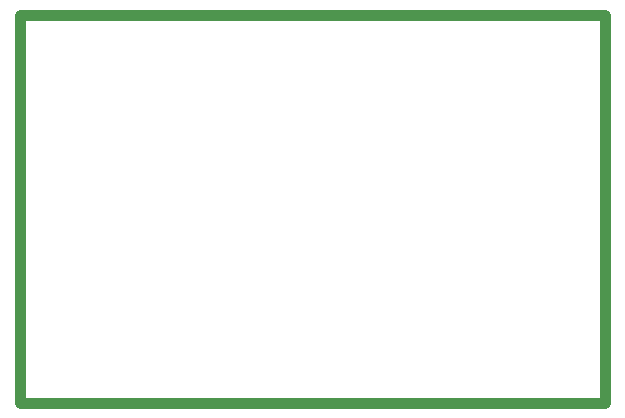
<source format=gm1>
%FSLAX43Y43*%
%MOMM*%
G71*
G01*
G75*
G04 Layer_Color=16711935*
%ADD10O,1.500X0.600*%
%ADD11R,1.500X0.600*%
%ADD12O,1.800X0.300*%
%ADD13O,0.300X1.800*%
%ADD14O,0.700X1.500*%
%ADD15R,0.700X1.500*%
%ADD16R,0.350X1.200*%
%ADD17R,1.000X1.100*%
%ADD18R,2.541X1.500*%
%ADD19R,1.500X1.500*%
%ADD20R,1.150X0.450*%
%ADD21R,1.700X1.100*%
%ADD22R,1.100X1.000*%
%ADD23C,0.254*%
%ADD24C,0.500*%
%ADD25C,1.000*%
%ADD26C,0.762*%
%ADD27C,1.500*%
%ADD28R,1.500X1.500*%
%ADD29C,2.286*%
%ADD30C,2.032*%
%ADD31C,0.254*%
%ADD32C,1.016*%
%ADD33C,1.524*%
%ADD34C,1.916*%
G04:AMPARAMS|DCode=35|XSize=2.424mm|YSize=2.424mm|CornerRadius=0mm|HoleSize=0mm|Usage=FLASHONLY|Rotation=0.000|XOffset=0mm|YOffset=0mm|HoleType=Round|Shape=Relief|Width=0.254mm|Gap=0.254mm|Entries=4|*
%AMTHD35*
7,0,0,2.424,1.916,0.254,45*
%
%ADD35THD35*%
G04:AMPARAMS|DCode=36|XSize=2.032mm|YSize=2.032mm|CornerRadius=0mm|HoleSize=0mm|Usage=FLASHONLY|Rotation=0.000|XOffset=0mm|YOffset=0mm|HoleType=Round|Shape=Relief|Width=0.254mm|Gap=0.254mm|Entries=4|*
%AMTHD36*
7,0,0,2.032,1.524,0.254,45*
%
%ADD36THD36*%
%ADD37C,2.718*%
%ADD38C,2.516*%
%ADD39C,1.219*%
%ADD40C,0.250*%
%ADD41C,0.600*%
%ADD42C,0.200*%
%ADD43C,0.100*%
%ADD44C,0.102*%
%ADD45O,1.805X0.905*%
%ADD46R,1.805X0.905*%
%ADD47O,2.105X0.605*%
%ADD48O,0.605X2.105*%
%ADD49O,1.005X1.805*%
%ADD50R,1.005X1.805*%
%ADD51R,0.655X1.505*%
%ADD52R,1.305X1.405*%
%ADD53R,2.846X1.805*%
%ADD54R,1.805X1.805*%
%ADD55R,1.455X0.755*%
%ADD56R,2.005X1.405*%
%ADD57R,1.405X1.305*%
%ADD58C,1.067*%
%ADD59C,1.805*%
%ADD60R,1.805X1.805*%
%ADD61C,2.591*%
%ADD62C,2.337*%
%ADD63C,0.559*%
%ADD64C,0.889*%
D64*
X27600Y37600D02*
X77125D01*
Y70425D01*
X27625D02*
X77125D01*
X27625Y37625D02*
Y70425D01*
M02*

</source>
